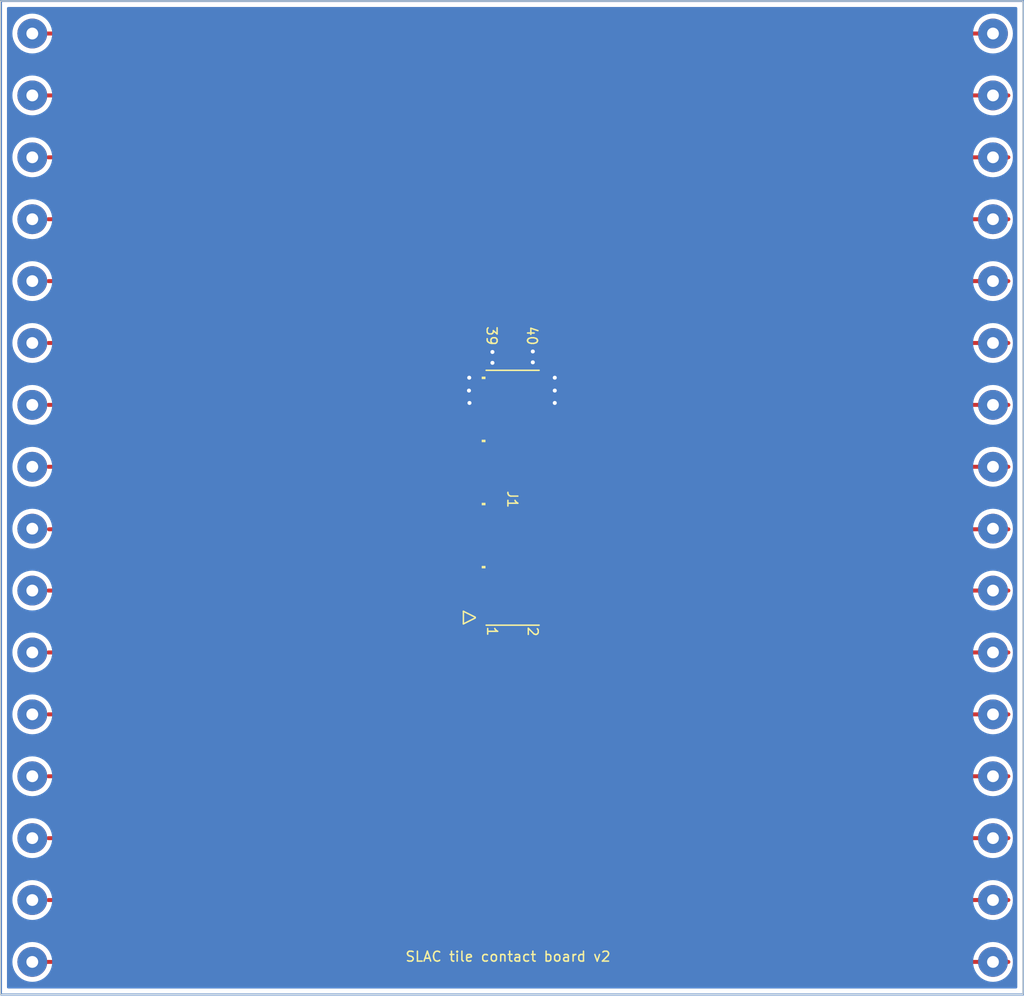
<source format=kicad_pcb>
(kicad_pcb (version 20221018) (generator pcbnew)
  (layers (0 "F.Cu" signal) (31 "B.Cu" signal) (34 "B.Paste" user) (35 "F.Paste" user) (36 "B.SilkS" user "B.Silkscreen") (37 "F.SilkS" user "F.Silkscreen") (38 "B.Mask" user) (39 "F.Mask" user) (44 "Edge.Cuts" user))
  (net 0 "")
  (net 1 "/2.5V_B_0")
  (net 2 "/InB_0")
  (net 3 "/2.5V_A_0")
  (net 4 "/InA_0")
  (net 5 "/2.5V_B_1")
  (net 6 "/InB_1")
  (net 7 "/2.5V_A_1")
  (net 8 "/InA_1")
  (net 9 "/2.5V_B_3")
  (net 10 "/InB_3")
  (net 11 "/2.5V_A_3")
  (net 12 "/InA_3")
  (net 13 "/2.5V_B_2")
  (net 14 "/InB_2")
  (net 15 "/2.5V_A_2")
  (net 16 "/InA_2")
  (net 17 "/2.5V_B_5")
  (net 18 "/InB_5")
  (net 19 "/2.5V_A_5")
  (net 20 "/InA_5")
  (net 21 "/2.5V_B_4")
  (net 22 "/InB_4")
  (net 23 "/2.5V_A_4")
  (net 24 "/InA_4")
  (net 25 "/2.5V_B_7")
  (net 26 "/InB_7")
  (net 27 "/2.5V_A_7")
  (net 28 "/InA_7")
  (net 29 "/2.5V_B_6")
  (net 30 "/InB_6")
  (net 31 "/2.5V_A_6")
  (net 32 "/InA_6")
  (net 33 "GND")
  (footprint "DownloadedParts:MillMax_OmniBall" (layer "F.Cu") (at 51.65 39.505)
    (fp_text reference "H29" hide)
    (fp_text value "MountingHole_Pad" hide)
    (pad "1" thru_hole circle (at 0 0) (size 3 3) (drill 1.19) (layers "*.Cu" "*.Mask") (net 29 "/2.5V_B_6"))
  )
  (footprint "DownloadedParts:MillMax_OmniBall" (layer "F.Cu") (at 148.35 39.505)
    (fp_text reference "H30" hide)
    (fp_text value "MountingHole_Pad" hide)
    (pad "1" thru_hole circle (at 0 0) (size 3 3) (drill 1.19) (layers "*.Cu" "*.Mask") (net 30 "/InB_6"))
  )
  (footprint "DownloadedParts:CON40_2X20_DUK_FTSH_SAI" (layer "F.Cu") (at 100 80 -90)
    (fp_text reference "J1" (at 0.17 0.02 -90 unlocked) (layer "F.SilkS"))
    (fp_text value "FTSH-120-01-L-DV-K")
    (fp_text user "40" (at -16.2968 -1.9556 -90 unlocked) (layer "F.SilkS"))
    (fp_text user "1" (at 13.4466 2.0576 -90 unlocked) (layer "F.SilkS"))
    (fp_text user "39" (at -16.2968 2.1084 -90 unlocked) (layer "F.SilkS"))
    (fp_text user "2" (at 13.472 -2.0318 -90 unlocked) (layer "F.SilkS"))
    (fp_line (start -12.827 -2.667) (end -12.827 2.667) (stroke (width 0.1524)) (layer "F.SilkS"))
    (fp_line (start 11.43 4.95554) (end 12.7 4.95554) (stroke (width 0.1524)) (layer "F.SilkS"))
    (fp_line (start 12.0269 3.76174) (end 11.43 4.95554) (stroke (width 0.1524)) (layer "F.SilkS"))
    (fp_line (start 12.7 4.95554) (end 12.1031 3.76174) (stroke (width 0.1524)) (layer "F.SilkS"))
    (fp_line (start 12.827 2.667) (end 12.827 -2.667) (stroke (width 0.1524)) (layer "F.SilkS"))
    (fp_poly (pts (xy -12.192 2.7305) (xy -12.192 3.1115) (xy -11.938 3.1115) (xy -11.938 2.7305)) (fill solid) (layer "F.SilkS"))
    (fp_poly (pts (xy -5.842 2.7305) (xy -5.842 3.1115) (xy -5.588 3.1115) (xy -5.588 2.7305)) (fill solid) (layer "F.SilkS"))
    (fp_poly (pts (xy 0.508 2.7305) (xy 0.508 3.1115) (xy 0.762 3.1115) (xy 0.762 2.7305)) (fill solid) (layer "F.SilkS"))
    (fp_poly (pts (xy 6.858 2.7305) (xy 6.858 3.1115) (xy 7.112 3.1115) (xy 7.112 2.7305)) (fill solid) (layer "F.SilkS"))
    (pad "1" smd rect (at 12.065 2.032 270) (size 0.762 2.794) (layers "F.Cu" "F.Paste" "F.Mask") (net 1 "/2.5V_B_0"))
    (pad "2" smd rect (at 12.065 -2.032 270) (size 0.762 2.794) (layers "F.Cu" "F.Paste" "F.Mask") (net 2 "/InB_0"))
    (pad "3" smd rect (at 10.795 2.032 270) (size 0.762 2.794) (layers "F.Cu" "F.Paste" "F.Mask") (net 3 "/2.5V_A_0"))
    (pad "4" smd rect (at 10.795 -2.032 270) (size 0.762 2.794) (layers "F.Cu" "F.Paste" "F.Mask") (net 4 "/InA_0"))
    (pad "5" smd rect (at 9.525 2.032 270) (size 0.762 2.794) (layers "F.Cu" "F.Paste" "F.Mask") (net 5 "/2.5V_B_1"))
    (pad "6" smd rect (at 9.525 -2.032 270) (size 0.762 2.794) (layers "F.Cu" "F.Paste" "F.Mask") (net 6 "/InB_1"))
    (pad "7" smd rect (at 8.255 2.032 270) (size 0.762 2.794) (layers "F.Cu" "F.Paste" "F.Mask") (net 7 "/2.5V_A_1"))
    (pad "8" smd rect (at 8.255 -2.032 270) (size 0.762 2.794) (layers "F.Cu" "F.Paste" "F.Mask") (net 8 "/InA_1"))
    (pad "9" smd rect (at 6.985 2.032 270) (size 0.762 2.794) (layers "F.Cu" "F.Paste" "F.Mask") (net 9 "/2.5V_B_3"))
    (pad "10" smd rect (at 6.985 -2.032 270) (size 0.762 2.794) (layers "F.Cu" "F.Paste" "F.Mask") (net 10 "/InB_3"))
    (pad "11" smd rect (at 5.715 2.032 270) (size 0.762 2.794) (layers "F.Cu" "F.Paste" "F.Mask") (net 11 "/2.5V_A_3"))
    (pad "12" smd rect (at 5.715 -2.032 270) (size 0.762 2.794) (layers "F.Cu" "F.Paste" "F.Mask") (net 12 "/InA_3"))
    (pad "13" smd rect (at 4.445 2.032 270) (size 0.762 2.794) (layers "F.Cu" "F.Paste" "F.Mask") (net 13 "/2.5V_B_2"))
    (pad "14" smd rect (at 4.445 -2.032 270) (size 0.762 2.794) (layers "F.Cu" "F.Paste" "F.Mask") (net 14 "/InB_2"))
    (pad "15" smd rect (at 3.175 2.032 270) (size 0.762 2.794) (layers "F.Cu" "F.Paste" "F.Mask") (net 15 "/2.5V_A_2"))
    (pad "16" smd rect (at 3.175 -2.032 270) (size 0.762 2.794) (layers "F.Cu" "F.Paste" "F.Mask") (net 16 "/InA_2"))
    (pad "17" smd rect (at 1.905 2.032 270) (size 0.762 2.794) (layers "F.Cu" "F.Paste" "F.Mask") (net 17 "/2.5V_B_5"))
    (pad "18" smd rect (at 1.905 -2.032 270) (size 0.762 2.794) (layers "F.Cu" "F.Paste" "F.Mask") (net 18 "/InB_5"))
    (pad "19" smd rect (at 0.635 2.032 270) (size 0.762 2.794) (layers "F.Cu" "F.Paste" "F.Mask") (net 19 "/2.5V_A_5"))
    (pad "20" smd rect (at 0.635 -2.032 270) (size 0.762 2.794) (layers "F.Cu" "F.Paste" "F.Mask") (net 20 "/InA_5"))
    (pad "21" smd rect (at -0.635 2.032 270) (size 0.762 2.794) (layers "F.Cu" "F.Paste" "F.Mask") (net 21 "/2.5V_B_4"))
    (pad "22" smd rect (at -0.635 -2.032 270) (size 0.762 2.794) (layers "F.Cu" "F.Paste" "F.Mask") (net 22 "/InB_4"))
    (pad "23" smd rect (at -1.905 2.032 270) (size 0.762 2.794) (layers "F.Cu" "F.Paste" "F.Mask") (net 23 "/2.5V_A_4"))
    (pad "24" smd rect (at -1.905 -2.032 270) (size 0.762 2.794) (layers "F.Cu" "F.Paste" "F.Mask") (net 24 "/InA_4"))
    (pad "25" smd rect (at -3.175 2.032 270) (size 0.762 2.794) (layers "F.Cu" "F.Paste" "F.Mask") (net 25 "/2.5V_B_7"))
    (pad "26" smd rect (at -3.175 -2.032 270) (size 0.762 2.794) (layers "F.Cu" "F.Paste" "F.Mask") (net 26 "/InB_7"))
    (pad "27" smd rect (at -4.445 2.032 270) (size 0.762 2.794) (layers "F.Cu" "F.Paste" "F.Mask") (net 27 "/2.5V_A_7"))
    (pad "28" smd rect (at -4.445 -2.032 270) (size 0.762 2.794) (layers "F.Cu" "F.Paste" "F.Mask") (net 28 "/InA_7"))
    (pad "29" smd rect (at -5.715 2.032 270) (size 0.762 2.794) (layers "F.Cu" "F.Paste" "F.Mask") (net 29 "/2.5V_B_6"))
    (pad "30" smd rect (at -5.715 -2.032 270) (size 0.762 2.794) (layers "F.Cu" "F.Paste" "F.Mask") (net 30 "/InB_6"))
    (pad "31" smd rect (at -6.985 2.032 270) (size 0.762 2.794) (layers "F.Cu" "F.Paste" "F.Mask") (net 31 "/2.5V_A_6"))
    (pad "32" smd rect (at -6.985 -2.032 270) (size 0.762 2.794) (layers "F.Cu" "F.Paste" "F.Mask") (net 32 "/InA_6"))
    (pad "33" smd rect (at -8.255 2.032 270) (size 0.762 2.794) (layers "F.Cu" "F.Paste" "F.Mask") (net 33 "GND"))
    (pad "34" smd rect (at -8.255 -2.032 270) (size 0.762 2.794) (layers "F.Cu" "F.Paste" "F.Mask") (net 33 "GND"))
    (pad "35" smd rect (at -9.525 2.032 270) (size 0.762 2.794) (layers "F.Cu" "F.Paste" "F.Mask") (net 33 "GND"))
    (pad "36" smd rect (at -9.525 -2.032 270) (size 0.762 2.794) (layers "F.Cu" "F.Paste" "F.Mask") (net 33 "GND"))
    (pad "37" smd rect (at -10.795 2.032 270) (size 0.762 2.794) (layers "F.Cu" "F.Paste" "F.Mask") (net 33 "GND"))
    (pad "38" smd rect (at -10.795 -2.032 270) (size 0.762 2.794) (layers "F.Cu" "F.Paste" "F.Mask") (net 33 "GND"))
    (pad "39" smd rect (at -12.065 2.032 270) (size 0.762 2.794) (layers "F.Cu" "F.Paste" "F.Mask") (net 33 "GND"))
    (pad "40" smd rect (at -12.065 -2.032 270) (size 0.762 2.794) (layers "F.Cu" "F.Paste" "F.Mask") (net 33 "GND"))
  )
  (footprint "DownloadedParts:MillMax_OmniBall" (layer "F.Cu") (at 51.65 120.495)
    (fp_text reference "H3" hide)
    (fp_text value "MountingHole_Pad" hide)
    (pad "1" thru_hole circle (at 0 0) (size 3 3) (drill 1.19) (layers "*.Cu" "*.Mask") (net 3 "/2.5V_A_0"))
  )
  (footprint "DownloadedParts:MillMax_OmniBall" (layer "F.Cu") (at 51.65 70.655)
    (fp_text reference "H19" hide)
    (fp_text value "MountingHole_Pad" hide)
    (pad "1" thru_hole circle (at 0 0) (size 3 3) (drill 1.19) (layers "*.Cu" "*.Mask") (net 19 "/2.5V_A_5"))
  )
  (footprint "DownloadedParts:MillMax_OmniBall" (layer "F.Cu") (at 148.35 108.035)
    (fp_text reference "H8" hide)
    (fp_text value "MountingHole_Pad" hide)
    (pad "1" thru_hole circle (at 0 0) (size 3 3) (drill 1.19) (layers "*.Cu" "*.Mask") (net 8 "/InA_1"))
  )
  (footprint "DownloadedParts:MillMax_OmniBall" (layer "F.Cu") (at 148.35 126.725)
    (fp_text reference "H2" hide)
    (fp_text value "MountingHole_Pad" hide)
    (pad "1" thru_hole circle (at 0 0) (size 3 3) (drill 1.19) (layers "*.Cu" "*.Mask") (net 2 "/InB_0"))
  )
  (footprint "DownloadedParts:MillMax_OmniBall" (layer "F.Cu") (at 148.35 114.265)
    (fp_text reference "H6" hide)
    (fp_text value "MountingHole_Pad" hide)
    (pad "1" thru_hole circle (at 0 0) (size 3 3) (drill 1.19) (layers "*.Cu" "*.Mask") (net 6 "/InB_1"))
  )
  (footprint "DownloadedParts:MillMax_OmniBall" (layer "F.Cu") (at 51.65 58.195)
    (fp_text reference "H23" hide)
    (fp_text value "MountingHole_Pad" hide)
    (pad "1" thru_hole circle (at 0 0) (size 3 3) (drill 1.19) (layers "*.Cu" "*.Mask") (net 23 "/2.5V_A_4"))
  )
  (footprint "DownloadedParts:MillMax_OmniBall" (layer "F.Cu") (at 51.65 51.965)
    (fp_text reference "H25" hide)
    (fp_text value "MountingHole_Pad" hide)
    (pad "1" thru_hole circle (at 0 0) (size 3 3) (drill 1.19) (layers "*.Cu" "*.Mask") (net 25 "/2.5V_B_7"))
  )
  (footprint "DownloadedParts:MillMax_OmniBall" (layer "F.Cu") (at 51.65 83.115)
    (fp_text reference "H15" hide)
    (fp_text value "MountingHole_Pad" hide)
    (pad "1" thru_hole circle (at 0 0) (size 3 3) (drill 1.19) (layers "*.Cu" "*.Mask") (net 15 "/2.5V_A_2"))
  )
  (footprint "DownloadedParts:MillMax_OmniBall" (layer "F.Cu") (at 51.65 64.425)
    (fp_text reference "H21" hide)
    (fp_text value "MountingHole_Pad" hide)
    (pad "1" thru_hole circle (at 0 0) (size 3 3) (drill 1.19) (layers "*.Cu" "*.Mask") (net 21 "/2.5V_B_4"))
  )
  (footprint "DownloadedParts:MillMax_OmniBall" (layer "F.Cu") (at 51.65 89.345)
    (fp_text reference "H13" hide)
    (fp_text value "MountingHole_Pad" hide)
    (pad "1" thru_hole circle (at 0 0) (size 3 3) (drill 1.19) (layers "*.Cu" "*.Mask") (net 13 "/2.5V_B_2"))
  )
  (footprint "DownloadedParts:MillMax_OmniBall" (layer "F.Cu") (at 148.35 76.885)
    (fp_text reference "H18" hide)
    (fp_text value "MountingHole_Pad" hide)
    (pad "1" thru_hole circle (at 0 0) (size 3 3) (drill 1.19) (layers "*.Cu" "*.Mask") (net 18 "/InB_5"))
  )
  (footprint "DownloadedParts:MillMax_OmniBall" (layer "F.Cu") (at 148.35 45.735)
    (fp_text reference "H28" hide)
    (fp_text value "MountingHole_Pad" hide)
    (pad "1" thru_hole circle (at 0 0) (size 3 3) (drill 1.19) (layers "*.Cu" "*.Mask") (net 28 "/InA_7"))
  )
  (footprint "DownloadedParts:MillMax_OmniBall" (layer "F.Cu") (at 51.65 101.805)
    (fp_text reference "H9" hide)
    (fp_text value "MountingHole_Pad" hide)
    (pad "1" thru_hole circle (at 0 0) (size 3 3) (drill 1.19) (layers "*.Cu" "*.Mask") (net 9 "/2.5V_B_3"))
  )
  (footprint "DownloadedParts:MillMax_OmniBall" (layer "F.Cu") (at 51.65 95.575)
    (fp_text reference "H11" hide)
    (fp_text value "MountingHole_Pad" hide)
    (pad "1" thru_hole circle (at 0 0) (size 3 3) (drill 1.19) (layers "*.Cu" "*.Mask") (net 11 "/2.5V_A_3"))
  )
  (footprint "DownloadedParts:MillMax_OmniBall" (layer "F.Cu") (at 148.35 120.495)
    (fp_text reference "H4" hide)
    (fp_text value "MountingHole_Pad" hide)
    (pad "1" thru_hole circle (at 0 0) (size 3 3) (drill 1.19) (layers "*.Cu" "*.Mask") (net 4 "/InA_0"))
  )
  (footprint "DownloadedParts:MillMax_OmniBall" (layer "F.Cu") (at 148.35 70.655)
    (fp_text reference "H20" hide)
    (fp_text value "MountingHole_Pad" hide)
    (pad "1" thru_hole circle (at 0 0) (size 3 3) (drill 1.19) (layers "*.Cu" "*.Mask") (net 20 "/InA_5"))
  )
  (footprint "DownloadedParts:MillMax_OmniBall" (layer "F.Cu") (at 148.35 101.805)
    (fp_text reference "H10" hide)
    (fp_text value "MountingHole_Pad" hide)
    (pad "1" thru_hole circle (at 0 0) (size 3 3) (drill 1.19) (layers "*.Cu" "*.Mask") (net 10 "/InB_3"))
  )
  (footprint "DownloadedParts:MillMax_OmniBall" (layer "F.Cu") (at 148.35 51.965)
    (fp_text reference "H26" hide)
    (fp_text value "MountingHole_Pad" hide)
    (pad "1" thru_hole circle (at 0 0) (size 3 3) (drill 1.19) (layers "*.Cu" "*.Mask") (net 26 "/InB_7"))
  )
  (footprint "DownloadedParts:MillMax_OmniBall" (layer "F.Cu") (at 148.35 83.115)
    (fp_text reference "H16" hide)
    (fp_text value "MountingHole_Pad" hide)
    (pad "1" thru_hole circle (at 0 0) (size 3 3) (drill 1.19) (layers "*.Cu" "*.Mask") (net 16 "/InA_2"))
  )
  (footprint "DownloadedParts:MillMax_OmniBall" (layer "F.Cu") (at 51.65 33.275)
    (fp_text reference "H31" hide)
    (fp_text value "MountingHole_Pad" hide)
    (pad "1" thru_hole circle (at 0 0) (size 3 3) (drill 1.19) (layers "*.Cu" "*.Mask") (net 31 "/2.5V_A_6"))
  )
  (footprint "DownloadedParts:MillMax_OmniBall" (layer "F.Cu") (at 51.65 45.735)
    (fp_text reference "H27" hide)
    (fp_text value "MountingHole_Pad" hide)
    (pad "1" thru_hole circle (at 0 0) (size 3 3) (drill 1.19) (layers "*.Cu" "*.Mask") (net 27 "/2.5V_A_7"))
  )
  (footprint "DownloadedParts:MillMax_OmniBall" (layer "F.Cu") (at 51.65 114.265)
    (fp_text reference "H5" hide)
    (fp_text value "MountingHole_Pad" hide)
    (pad "1" thru_hole circle (at 0 0) (size 3 3) (drill 1.19) (layers "*.Cu" "*.Mask") (net 5 "/2.5V_B_1"))
  )
  (footprint "DownloadedParts:MillMax_OmniBall" (layer "F.Cu") (at 148.35 95.575)
    (fp_text reference "H12" hide)
    (fp_text value "MountingHole_Pad" hide)
    (pad "1" thru_hole circle (at 0 0) (size 3 3) (drill 1.19) (layers "*.Cu" "*.Mask") (net 12 "/InA_3"))
  )
  (footprint "DownloadedParts:MillMax_OmniBall" (layer "F.Cu") (at 148.35 89.345)
    (fp_text reference "H14" hide)
    (fp_text value "MountingHole_Pad" hide)
    (pad "1" thru_hole circle (at 0 0) (size 3 3) (drill 1.19) (layers "*.Cu" "*.Mask") (net 14 "/InB_2"))
  )
  (footprint "DownloadedParts:MillMax_OmniBall" (layer "F.Cu") (at 51.65 108.035)
    (fp_text reference "H7" hide)
    (fp_text value "MountingHole_Pad" hide)
    (pad "1" thru_hole circle (at 0 0) (size 3 3) (drill 1.19) (layers "*.Cu" "*.Mask") (net 7 "/2.5V_A_1"))
  )
  (footprint "DownloadedParts:MillMax_OmniBall" (layer "F.Cu") (at 148.35 64.425)
    (fp_text reference "H22" hide)
    (fp_text value "MountingHole_Pad" hide)
    (pad "1" thru_hole circle (at 0 0) (size 3 3) (drill 1.19) (layers "*.Cu" "*.Mask") (net 22 "/InB_4"))
  )
  (footprint "DownloadedParts:MillMax_OmniBall" (layer "F.Cu") (at 148.35 58.195)
    (fp_text reference "H24" hide)
    (fp_text value "MountingHole_Pad" hide)
    (pad "1" thru_hole circle (at 0 0) (size 3 3) (drill 1.19) (layers "*.Cu" "*.Mask") (net 24 "/InA_4"))
  )
  (footprint "DownloadedParts:MillMax_OmniBall" (layer "F.Cu") (at 148.35 33.275)
    (fp_text reference "H32" hide)
    (fp_text value "MountingHole_Pad" hide)
    (pad "1" thru_hole circle (at 0 0) (size 3 3) (drill 1.19) (layers "*.Cu" "*.Mask") (net 32 "/InA_6"))
  )
  (footprint "DownloadedParts:MillMax_OmniBall" (layer "F.Cu") (at 51.65 76.885)
    (fp_text reference "H17" hide)
    (fp_text value "MountingHole_Pad" hide)
    (pad "1" thru_hole circle (at 0 0) (size 3 3) (drill 1.19) (layers "*.Cu" "*.Mask") (net 17 "/2.5V_B_5"))
  )
  (footprint "DownloadedParts:MillMax_OmniBall" (layer "F.Cu") (at 51.65 126.725)
    (fp_text reference "H1" hide)
    (fp_text value "MountingHole_Pad" hide)
    (pad "1" thru_hole circle (at 0 0) (size 3 3) (drill 1.19) (layers "*.Cu" "*.Mask") (net 1 "/2.5V_B_0"))
  )
  (gr_rect (start 94.869 63.627) (end 105.0544 72.39) (stroke (width 0.2)) (fill none) (layer "F.Cu"))
  (gr_rect (start 48.5014 30) (end 151.397 130) (stroke (width 0.2)) (fill none) (layer "B.Cu"))
  (gr_rect (start 48.4498 30) (end 151.3708 130) (stroke (width 0.1)) (fill none) (layer "Edge.Cuts"))
  (gr_text "SLAC tile contact board v2\n" (at 89.1286 126.7714) (layer "F.SilkS") (effects (font (size 1 1)) (justify left bottom)))
  (segment (start 95.7172 92.065) (end 61.0572 126.725) (width 0.4) (layer "F.Cu") (net 1))
  (segment (start 61.0572 126.725) (end 50.35 126.725) (width 0.4) (layer "F.Cu") (net 1))
  (segment (start 97.968 92.065) (end 95.7172 92.065) (width 0.4) (layer "F.Cu") (net 1))
  (segment (start 149.899999 126.725) (end 138.917 126.725) (width 0.4) (layer "F.Cu") (net 2))
  (segment (start 104.257 92.065) (end 102.032 92.065) (width 0.4) (layer "F.Cu") (net 2))
  (segment (start 138.917 126.725) (end 104.257 92.065) (width 0.4) (layer "F.Cu") (net 2))
  (segment (start 65.6108 120.495) (end 53.275 120.495) (width 0.4) (layer "F.Cu") (net 3))
  (segment (start 95.3108 90.795) (end 65.6108 120.495) (width 0.4) (layer "F.Cu") (net 3))
  (segment (start 97.968 90.795) (end 95.3108 90.795) (width 0.4) (layer "F.Cu") (net 3))
  (segment (start 104.638 90.795) (end 102.032 90.795) (width 0.4) (layer "F.Cu") (net 4))
  (segment (start 149.899999 120.495) (end 134.338 120.495) (width 0.4) (layer "F.Cu") (net 4))
  (segment (start 134.338 120.495) (end 104.638 90.795) (width 0.4) (layer "F.Cu") (net 4))
  (segment (start 94.752 89.525) (end 70.012 114.265) (width 0.4) (layer "F.Cu") (net 5))
  (segment (start 70.012 114.265) (end 53.275 114.265) (width 0.4) (layer "F.Cu") (net 5))
  (segment (start 97.968 89.525) (end 94.752 89.525) (width 0.4) (layer "F.Cu") (net 5))
  (segment (start 149.899999 114.265) (end 129.5558 114.265) (width 0.4) (layer "F.Cu") (net 6))
  (segment (start 104.8158 89.525) (end 102.032 89.525) (width 0.4) (layer "F.Cu") (net 6))
  (segment (start 129.5558 114.265) (end 104.8158 89.525) (width 0.4) (layer "F.Cu") (net 6))
  (segment (start 97.968 88.255) (end 94.0662 88.255) (width 0.4) (layer "F.Cu") (net 7))
  (segment (start 94.0662 88.255) (end 74.2862 108.035) (width 0.4) (layer "F.Cu") (net 7))
  (segment (start 74.2862 108.035) (end 53.275 108.035) (width 0.4) (layer "F.Cu") (net 7))
  (segment (start 105.1206 88.255) (end 102.032 88.255) (width 0.4) (layer "F.Cu") (net 8))
  (segment (start 149.899999 108.035) (end 124.9006 108.035) (width 0.4) (layer "F.Cu") (net 8))
  (segment (start 124.9006 108.035) (end 105.1206 88.255) (width 0.4) (layer "F.Cu") (net 8))
  (segment (start 93.6344 86.985) (end 78.8144 101.805) (width 0.4) (layer "F.Cu") (net 9))
  (segment (start 97.968 86.985) (end 93.6344 86.985) (width 0.4) (layer "F.Cu") (net 9))
  (segment (start 78.8144 101.805) (end 53.275 101.805) (width 0.4) (layer "F.Cu") (net 9))
  (segment (start 120.2708 101.805) (end 105.4508 86.985) (width 0.4) (layer "F.Cu") (net 10))
  (segment (start 149.899999 101.805) (end 120.2708 101.805) (width 0.4) (layer "F.Cu") (net 10))
  (segment (start 105.4508 86.985) (end 102.032 86.985) (width 0.4) (layer "F.Cu") (net 10))
  (segment (start 83.4696 95.575) (end 53.275 95.575) (width 0.4) (layer "F.Cu") (net 11))
  (segment (start 93.3296 85.715) (end 83.4696 95.575) (width 0.4) (layer "F.Cu") (net 11))
  (segment (start 97.968 85.715) (end 93.3296 85.715) (width 0.4) (layer "F.Cu") (net 11))
  (segment (start 105.7048 85.715) (end 102.032 85.715) (width 0.4) (layer "F.Cu") (net 12))
  (segment (start 149.899999 95.575) (end 115.5648 95.575) (width 0.4) (layer "F.Cu") (net 12))
  (segment (start 115.5648 95.575) (end 105.7048 85.715) (width 0.4) (layer "F.Cu") (net 12))
  (segment (start 97.968 84.445) (end 92.72 84.445) (width 0.4) (layer "F.Cu") (net 13))
  (segment (start 92.72 84.445) (end 87.82 89.345) (width 0.4) (layer "F.Cu") (net 13))
  (segment (start 87.82 89.345) (end 53.275 89.345) (width 0.4) (layer "F.Cu") (net 13))
  (segment (start 110.9858 89.345) (end 106.0858 84.445) (width 0.4) (layer "F.Cu") (net 14))
  (segment (start 106.0858 84.445) (end 102.032 84.445) (width 0.4) (layer "F.Cu") (net 14))
  (segment (start 149.899999 89.345) (end 110.9858 89.345) (width 0.4) (layer "F.Cu") (net 14))
  (segment (start 50.41 83.175) (end 50.35 83.115) (width 0.4) (layer "F.Cu") (net 15))
  (segment (start 97.968 83.175) (end 53.335 83.175) (width 0.4) (layer "F.Cu") (net 15))
  (segment (start 105.266999 83.175) (end 149.899999 83.175) (width 0.4) (layer "F.Cu") (net 16))
  (segment (start 147.05 83.175) (end 147.11 83.115) (width 0.4) (layer "F.Cu") (net 16))
  (segment (start 87.934 76.885) (end 53.275 76.885) (width 0.4) (layer "F.Cu") (net 17))
  (segment (start 92.954 81.905) (end 87.934 76.885) (width 0.4) (layer "F.Cu") (net 17))
  (segment (start 97.968 81.905) (end 92.954 81.905) (width 0.4) (layer "F.Cu") (net 17))
  (segment (start 149.899999 76.885) (end 111.202 76.885) (width 0.4) (layer "F.Cu") (net 18))
  (segment (start 106.182 81.905) (end 102.032 81.905) (width 0.4) (layer "F.Cu") (net 18))
  (segment (start 111.202 76.885) (end 106.182 81.905) (width 0.4) (layer "F.Cu") (net 18))
  (segment (start 93.4366 80.635) (end 83.4566 70.655) (width 0.4) (layer "F.Cu") (net 19))
  (segment (start 83.4566 70.655) (end 53.275 70.655) (width 0.4) (layer "F.Cu") (net 19))
  (segment (start 97.968 80.635) (end 93.4366 80.635) (width 0.4) (layer "F.Cu") (net 19))
  (segment (start 149.899999 70.655) (end 115.8826 70.655) (width 0.4) (layer "F.Cu") (net 20))
  (segment (start 105.9026 80.635) (end 102.032 80.635) (width 0.4) (layer "F.Cu") (net 20))
  (segment (start 115.8826 70.655) (end 105.9026 80.635) (width 0.4) (layer "F.Cu") (net 20))
  (segment (start 78.8014 64.425) (end 53.275 64.425) (width 0.4) (layer "F.Cu") (net 21))
  (segment (start 93.7414 79.365) (end 78.8014 64.425) (width 0.4) (layer "F.Cu") (net 21))
  (segment (start 97.968 79.365) (end 93.7414 79.365) (width 0.4) (layer "F.Cu") (net 21))
  (segment (start 149.899999 64.425) (end 120.5632 64.425) (width 0.4) (layer "F.Cu") (net 22))
  (segment (start 105.6232 79.365) (end 102.032 79.365) (width 0.4) (layer "F.Cu") (net 22))
  (segment (start 120.5632 64.425) (end 105.6232 79.365) (width 0.4) (layer "F.Cu") (net 22))
  (segment (start 97.968 78.095) (end 94.224 78.095) (width 0.4) (layer "F.Cu") (net 23))
  (segment (start 74.324 58.195) (end 53.275 58.195) (width 0.4) (layer "F.Cu") (net 23))
  (segment (start 94.224 78.095) (end 74.324 58.195) (width 0.4) (layer "F.Cu") (net 23))
  (segment (start 149.899999 58.195) (end 125.2946 58.195) (width 0.4) (layer "F.Cu") (net 24))
  (segment (start 105.3946 78.095) (end 102.032 78.095) (width 0.4) (layer "F.Cu") (net 24))
  (segment (start 125.2946 58.195) (end 105.3946 78.095) (width 0.4) (layer "F.Cu") (net 24))
  (segment (start 94.5034 76.825) (end 69.6434 51.965) (width 0.4) (layer "F.Cu") (net 25))
  (segment (start 69.6434 51.965) (end 53.275 51.965) (width 0.4) (layer "F.Cu") (net 25))
  (segment (start 97.968 76.825) (end 94.5034 76.825) (width 0.4) (layer "F.Cu") (net 25))
  (segment (start 105.1406 76.825) (end 102.032 76.825) (width 0.4) (layer "F.Cu") (net 26))
  (segment (start 130.0006 51.965) (end 105.1406 76.825) (width 0.4) (layer "F.Cu") (net 26))
  (segment (start 149.899999 51.965) (end 130.0006 51.965) (width 0.4) (layer "F.Cu") (net 26))
  (segment (start 94.9606 75.555) (end 65.1406 45.735) (width 0.4) (layer "F.Cu") (net 27))
  (segment (start 97.968 75.555) (end 94.9606 75.555) (width 0.4) (layer "F.Cu") (net 27))
  (segment (start 65.1406 45.735) (end 53.275 45.735) (width 0.4) (layer "F.Cu") (net 27))
  (segment (start 134.5796 45.735) (end 104.7596 75.555) (width 0.4) (layer "F.Cu") (net 28))
  (segment (start 104.7596 75.555) (end 102.032 75.555) (width 0.4) (layer "F.Cu") (net 28))
  (segment (start 149.899999 45.735) (end 134.5796 45.735) (width 0.4) (layer "F.Cu") (net 28))
  (segment (start 95.1892 74.285) (end 97.968 74.285) (width 0.4) (layer "F.Cu") (net 29))
  (segment (start 60.4092 39.505) (end 95.1892 74.285) (width 0.4) (layer "F.Cu") (net 29))
  (segment (start 50.35 39.505) (end 60.4092 39.505) (width 0.4) (layer "F.Cu") (net 29))
  (segment (start 104.5818 74.285) (end 102.032 74.285) (width 0.4) (layer "F.Cu") (net 30))
  (segment (start 139.3618 39.505) (end 104.5818 74.285) (width 0.4) (layer "F.Cu") (net 30))
  (segment (start 149.899999 39.505) (end 139.3618 39.505) (width 0.4) (layer "F.Cu") (net 30))
  (segment (start 95.5448 73.015) (end 55.8048 33.275) (width 0.4) (layer "F.Cu") (net 31))
  (segment (start 52.8798 33.275) (end 50.35 33.275) (width 0.4) (layer "F.Cu") (net 31))
  (segment (start 55.8048 33.275) (end 51.65 33.275) (width 0.4) (layer "F.Cu") (net 31))
  (segment (start 97.968 73.015) (end 95.5448 73.015) (width 0.4) (layer "F.Cu") (net 31))
  (segment (start 147.05 33.275) (end 149.5548 33.275) (width 0.4) (layer "F.Cu") (net 32))
  (segment (start 104.4802 73.015) (end 144.2202 33.275) (width 0.4) (layer "F.Cu") (net 32))
  (segment (start 102.032 73.015) (end 104.4802 73.015) (width 0.4) (layer "F.Cu") (net 32))
  (segment (start 144.2202 33.275) (end 148.6 33.275) (width 0.4) (layer "F.Cu") (net 32))
  (segment (start 102.032 71.745) (end 102.032 71.577) (width 0.4) (layer "F.Cu") (net 33))
  (via (at 95.631 67.9196) (size 0.8) (drill 0.4) (layers "F.Cu" "B.Cu") (net 33))
  (via (at 97.9678 66.421) (size 0.8) (drill 0.4) (layers "F.Cu" "B.Cu") (net 33))
  (via (at 95.6564 70.4596) (size 0.8) (drill 0.4) (layers "F.Cu" "B.Cu") (net 33))
  (via (at 97.9678 65.3288) (size 0.8) (drill 0.4) (layers "F.Cu" "B.Cu") (net 33))
  (via (at 102.0318 65.278) (size 0.8) (drill 0.4) (layers "F.Cu" "B.Cu") (net 33))
  (via (at 104.2416 69.215) (size 0.8) (drill 0.4) (layers "F.Cu" "B.Cu") (net 33))
  (via (at 102.0318 66.3702) (size 0.8) (drill 0.4) (layers "F.Cu" "B.Cu") (net 33))
  (via (at 95.6056 69.215) (size 0.8) (drill 0.4) (layers "F.Cu" "B.Cu") (net 33))
  (via (at 104.2416 70.4596) (size 0.8) (drill 0.4) (layers "F.Cu" "B.Cu") (net 33))
  (via (at 104.2416 67.9196) (size 0.8) (drill 0.4) (layers "F.Cu" "B.Cu") (net 33))
  (zone (net 33) (net_name "GND") (layer "F.Cu") (priority 1) (connect_pads (clearance 0.5)) (min_thickness 0.25) (fill yes (thermal_gap 0.5) (thermal_bridge_width 0.5))
    (polygon (pts (xy 94.6658 63.627) (xy 105.1814 63.627) (xy 105.3338 72.136) (xy 94.8182 72.136)))
  )
  (zone (net 33) (net_name "GND") (layer "B.Cu") (connect_pads (clearance 0.5)) (min_thickness 0.25) (fill yes (thermal_gap 0.5) (thermal_bridge_width 0.5))
    (polygon (pts (xy 48.5522 30.1778) (xy 151.3716 30) (xy 151.3716 130) (xy 48.5522 130.1778)))
  )
)
</source>
